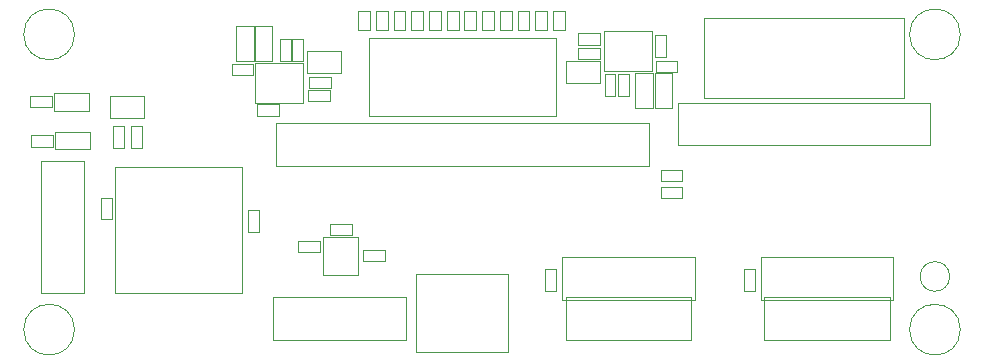
<source format=gbr>
%TF.GenerationSoftware,KiCad,Pcbnew,9.0.2*%
%TF.CreationDate,2025-06-06T22:39:28+05:30*%
%TF.ProjectId,AQEYE-SB-D1,41514559-452d-4534-922d-44312e6b6963,0.1*%
%TF.SameCoordinates,Original*%
%TF.FileFunction,Other,User*%
%FSLAX46Y46*%
G04 Gerber Fmt 4.6, Leading zero omitted, Abs format (unit mm)*
G04 Created by KiCad (PCBNEW 9.0.2) date 2025-06-06 22:39:28*
%MOMM*%
%LPD*%
G01*
G04 APERTURE LIST*
%ADD10C,0.050000*%
G04 APERTURE END LIST*
D10*
X24415000Y22760000D02*
X26275000Y22760000D01*
X24415000Y21820000D02*
X24415000Y22760000D01*
X26275000Y22760000D02*
X26275000Y21820000D01*
X26275000Y21820000D02*
X24415000Y21820000D01*
X53815000Y24205000D02*
X55275000Y24205000D01*
X53815000Y21245000D02*
X53815000Y24205000D01*
X55275000Y24205000D02*
X55275000Y21245000D01*
X55275000Y21245000D02*
X53815000Y21245000D01*
X40165152Y27855001D02*
X39165152Y27855001D01*
X39165152Y29455001D01*
X40165152Y29455001D01*
X40165152Y27855001D01*
X47315000Y26365000D02*
X49175000Y26365000D01*
X47315000Y25425000D02*
X47315000Y26365000D01*
X49175000Y26365000D02*
X49175000Y25425000D01*
X49175000Y25425000D02*
X47315000Y25425000D01*
X2935000Y22505000D02*
X5895000Y22505000D01*
X2935000Y21045000D02*
X2935000Y22505000D01*
X5895000Y22505000D02*
X5895000Y21045000D01*
X5895000Y21045000D02*
X2935000Y21045000D01*
X44663788Y27855001D02*
X43663788Y27855001D01*
X43663788Y29455001D01*
X44663788Y29455001D01*
X44663788Y27855001D01*
X7915000Y19735000D02*
X8855000Y19735000D01*
X7915000Y17875000D02*
X7915000Y19735000D01*
X8855000Y19735000D02*
X8855000Y17875000D01*
X8855000Y17875000D02*
X7915000Y17875000D01*
X79650000Y2500000D02*
G75*
G02*
X75350000Y2500000I-2150000J0D01*
G01*
X75350000Y2500000D02*
G75*
G02*
X79650000Y2500000I2150000J0D01*
G01*
X79650000Y27500000D02*
G75*
G02*
X75350000Y27500000I-2150000J0D01*
G01*
X75350000Y27500000D02*
G75*
G02*
X79650000Y27500000I2150000J0D01*
G01*
X46163333Y27855001D02*
X45163333Y27855001D01*
X45163333Y29455001D01*
X46163333Y29455001D01*
X46163333Y27855001D01*
X29095000Y9205000D02*
X30915000Y9205000D01*
X29095000Y8285000D02*
X29095000Y9205000D01*
X30915000Y9205000D02*
X30915000Y8285000D01*
X30915000Y8285000D02*
X29095000Y8285000D01*
X24485000Y23885000D02*
X26345000Y23885000D01*
X24485000Y22945000D02*
X24485000Y23885000D01*
X26345000Y23885000D02*
X26345000Y22945000D01*
X26345000Y22945000D02*
X24485000Y22945000D01*
X9405000Y19735000D02*
X10345000Y19735000D01*
X9405000Y17875000D02*
X9405000Y19735000D01*
X10345000Y19735000D02*
X10345000Y17875000D01*
X10345000Y17875000D02*
X9405000Y17875000D01*
X19925000Y28225000D02*
X21385000Y28225000D01*
X19925000Y25265000D02*
X19925000Y28225000D01*
X21385000Y28225000D02*
X21385000Y25265000D01*
X21385000Y25265000D02*
X19925000Y25265000D01*
X8092500Y16267500D02*
X8092500Y5567500D01*
X8092500Y5567500D02*
X18792500Y5567500D01*
X18792500Y16267500D02*
X8092500Y16267500D01*
X18792500Y5567500D02*
X18792500Y16267500D01*
X29575000Y27185000D02*
X29575000Y20625000D01*
X29575000Y20625000D02*
X45375000Y20625000D01*
X45375000Y27185000D02*
X29575000Y27185000D01*
X45375000Y20625000D02*
X45375000Y27185000D01*
X875000Y22265000D02*
X2735000Y22265000D01*
X875000Y21325000D02*
X875000Y22265000D01*
X2735000Y22265000D02*
X2735000Y21325000D01*
X2735000Y21325000D02*
X875000Y21325000D01*
X37166061Y27855001D02*
X36166061Y27855001D01*
X36166061Y29455001D01*
X37166061Y29455001D01*
X37166061Y27855001D01*
X46245000Y25205000D02*
X46245000Y23405000D01*
X46245000Y25205000D02*
X49145000Y25205000D01*
X49145000Y23405000D02*
X46245000Y23405000D01*
X49145000Y23405000D02*
X49145000Y25205000D01*
X50675001Y24105000D02*
X51595001Y24105000D01*
X50675001Y22285000D02*
X50675001Y24105000D01*
X51595001Y24105000D02*
X51595001Y22285000D01*
X51595001Y22285000D02*
X50675001Y22285000D01*
X19925000Y25063000D02*
X19925000Y21663000D01*
X19925000Y21663000D02*
X24025000Y21663000D01*
X24025000Y25063000D02*
X19925000Y25063000D01*
X24025000Y21663000D02*
X24025000Y25063000D01*
X19315000Y12601250D02*
X20235000Y12601250D01*
X19315000Y10781250D02*
X19315000Y12601250D01*
X20235000Y12601250D02*
X20235000Y10781250D01*
X20235000Y10781250D02*
X19315000Y10781250D01*
X57915000Y28875001D02*
X57915000Y22074999D01*
X57915000Y22074999D02*
X74875000Y22074999D01*
X74875000Y28875001D02*
X57915000Y28875001D01*
X74875000Y22074999D02*
X74875000Y28875001D01*
X35666515Y27855001D02*
X34666515Y27855001D01*
X34666515Y29455001D01*
X35666515Y29455001D01*
X35666515Y27855001D01*
X34166970Y27855001D02*
X33166970Y27855001D01*
X33166970Y29455001D01*
X34166970Y29455001D01*
X34166970Y27855001D01*
X43164242Y27855001D02*
X42164242Y27855001D01*
X42164242Y29455001D01*
X43164242Y29455001D01*
X43164242Y27855001D01*
X45942500Y8624999D02*
X45942500Y5024999D01*
X45942500Y5024999D02*
X57142500Y5024999D01*
X57142500Y8624999D02*
X45942500Y8624999D01*
X57142500Y5024999D02*
X57142500Y8624999D01*
X7655000Y22245000D02*
X7655000Y20445000D01*
X7655000Y22245000D02*
X10555000Y22245000D01*
X10555000Y20445000D02*
X7655000Y20445000D01*
X10555000Y20445000D02*
X10555000Y22245000D01*
X25690000Y10342500D02*
X28690000Y10342500D01*
X28690000Y7142500D01*
X25690000Y7142500D01*
X25690000Y10342500D01*
X38665606Y27855001D02*
X37665606Y27855001D01*
X37665606Y29455001D01*
X38665606Y29455001D01*
X38665606Y27855001D01*
X54265000Y14595001D02*
X56125000Y14595001D01*
X54265000Y13655001D02*
X54265000Y14595001D01*
X56125000Y14595001D02*
X56125000Y13655001D01*
X56125000Y13655001D02*
X54265000Y13655001D01*
X49475002Y27806000D02*
X49475002Y24406000D01*
X49475002Y24406000D02*
X53575000Y24406000D01*
X53575000Y27806000D02*
X49475002Y27806000D01*
X53575000Y24406000D02*
X53575000Y27806000D01*
X4650000Y2500000D02*
G75*
G02*
X350000Y2500000I-2150000J0D01*
G01*
X350000Y2500000D02*
G75*
G02*
X4650000Y2500000I2150000J0D01*
G01*
X63060000Y1624999D02*
X73660000Y1624999D01*
X73660000Y5224999D01*
X63060000Y5224999D01*
X63060000Y1624999D01*
X61355000Y7615000D02*
X62275000Y7615000D01*
X61355000Y5795000D02*
X61355000Y7615000D01*
X62275000Y7615000D02*
X62275000Y5795000D01*
X62275000Y5795000D02*
X61355000Y5795000D01*
X23595000Y9965000D02*
X25415000Y9965000D01*
X23595000Y9045000D02*
X23595000Y9965000D01*
X25415000Y9965000D02*
X25415000Y9045000D01*
X25415000Y9045000D02*
X23595000Y9045000D01*
X24345000Y26055000D02*
X24345000Y24255000D01*
X24345000Y26055000D02*
X27245000Y26055000D01*
X27245000Y24255000D02*
X24345000Y24255000D01*
X27245000Y24255000D02*
X27245000Y26055000D01*
X985000Y18945000D02*
X2845000Y18945000D01*
X985000Y18005000D02*
X985000Y18945000D01*
X2845000Y18945000D02*
X2845000Y18005000D01*
X2845000Y18005000D02*
X985000Y18005000D01*
X23105000Y27085000D02*
X24025000Y27085000D01*
X23105000Y25265000D02*
X23105000Y27085000D01*
X24025000Y27085000D02*
X24025000Y25265000D01*
X24025000Y25265000D02*
X23105000Y25265000D01*
X3035000Y19215000D02*
X5995000Y19215000D01*
X3035000Y17755000D02*
X3035000Y19215000D01*
X5995000Y19215000D02*
X5995000Y17755000D01*
X5995000Y17755000D02*
X3035000Y17755000D01*
X29668334Y27855001D02*
X28668334Y27855001D01*
X28668334Y29455001D01*
X29668334Y29455001D01*
X29668334Y27855001D01*
X54265000Y15985000D02*
X56125000Y15985000D01*
X54265000Y15045000D02*
X54265000Y15985000D01*
X56125000Y15985000D02*
X56125000Y15045000D01*
X56125000Y15045000D02*
X54265000Y15045000D01*
X31167879Y27855001D02*
X30167879Y27855001D01*
X30167879Y29455001D01*
X31167879Y29455001D01*
X31167879Y27855001D01*
X20085000Y21565000D02*
X21945000Y21565000D01*
X20085000Y20625000D02*
X20085000Y21565000D01*
X21945000Y21565000D02*
X21945000Y20625000D01*
X21945000Y20625000D02*
X20085000Y20625000D01*
X52145000Y24205000D02*
X53605000Y24205000D01*
X52145000Y21245000D02*
X52145000Y24205000D01*
X53605000Y24205000D02*
X53605000Y21245000D01*
X53605000Y21245000D02*
X52145000Y21245000D01*
X17945000Y24975000D02*
X19765000Y24975000D01*
X17945000Y24055000D02*
X17945000Y24975000D01*
X19765000Y24975000D02*
X19765000Y24055000D01*
X19765000Y24055000D02*
X17945000Y24055000D01*
X53865000Y25275000D02*
X55685000Y25275000D01*
X53865000Y24355000D02*
X53865000Y25275000D01*
X55685000Y25275000D02*
X55685000Y24355000D01*
X55685000Y24355000D02*
X53865000Y24355000D01*
X47285000Y27575000D02*
X49145000Y27575000D01*
X47285000Y26635000D02*
X47285000Y27575000D01*
X49145000Y27575000D02*
X49145000Y26635000D01*
X49145000Y26635000D02*
X47285000Y26635000D01*
X49525000Y24135000D02*
X50445000Y24135000D01*
X49525000Y22315000D02*
X49525000Y24135000D01*
X50445000Y24135000D02*
X50445000Y22315000D01*
X50445000Y22315000D02*
X49525000Y22315000D01*
X62742500Y8624999D02*
X62742500Y5024999D01*
X62742500Y5024999D02*
X73942500Y5024999D01*
X73942500Y8624999D02*
X62742500Y8624999D01*
X73942500Y5024999D02*
X73942500Y8624999D01*
X32667425Y27855001D02*
X31667425Y27855001D01*
X31667425Y29455001D01*
X32667425Y29455001D01*
X32667425Y27855001D01*
X41664697Y27855001D02*
X40664697Y27855001D01*
X40664697Y29455001D01*
X41664697Y29455001D01*
X41664697Y27855001D01*
X26265000Y11465000D02*
X28125000Y11465000D01*
X26265000Y10525000D02*
X26265000Y11465000D01*
X28125000Y11465000D02*
X28125000Y10525000D01*
X28125000Y10525000D02*
X26265000Y10525000D01*
X44525000Y7615000D02*
X45445000Y7615000D01*
X44525000Y5795000D02*
X44525000Y7615000D01*
X45445000Y7615000D02*
X45445000Y5795000D01*
X45445000Y5795000D02*
X44525000Y5795000D01*
X53815001Y27415001D02*
X54755001Y27415001D01*
X53815001Y25555001D02*
X53815001Y27415001D01*
X54755001Y27415001D02*
X54755001Y25555001D01*
X54755001Y25555001D02*
X53815001Y25555001D01*
X4650000Y27500000D02*
G75*
G02*
X350000Y27500000I-2150000J0D01*
G01*
X350000Y27500000D02*
G75*
G02*
X4650000Y27500000I2150000J0D01*
G01*
X6925000Y13644999D02*
X7845000Y13644999D01*
X6925000Y11824999D02*
X6925000Y13644999D01*
X7845000Y13644999D02*
X7845000Y11824999D01*
X7845000Y11824999D02*
X6925000Y11824999D01*
X55720000Y21725000D02*
X55720000Y18125000D01*
X55720000Y18125000D02*
X77070000Y18125000D01*
X77070000Y21725000D02*
X55720000Y21725000D01*
X77070000Y18125000D02*
X77070000Y21725000D01*
X21700000Y19975000D02*
X21700000Y16375000D01*
X21700000Y16375000D02*
X53250000Y16375000D01*
X53250000Y19975000D02*
X21700000Y19975000D01*
X53250000Y16375000D02*
X53250000Y19975000D01*
X33575000Y7175000D02*
X33575000Y615000D01*
X33575000Y615000D02*
X41375000Y615000D01*
X41375000Y7175000D02*
X33575000Y7175000D01*
X41375000Y615000D02*
X41375000Y7175000D01*
X21475000Y5224999D02*
X21475000Y1624999D01*
X21475000Y1624999D02*
X32675000Y1624999D01*
X32675000Y5224999D02*
X21475000Y5224999D01*
X32675000Y1624999D02*
X32675000Y5224999D01*
X22035000Y27085000D02*
X22955000Y27085000D01*
X22035000Y25265000D02*
X22035000Y27085000D01*
X22955000Y27085000D02*
X22955000Y25265000D01*
X22955000Y25265000D02*
X22035000Y25265000D01*
X18354999Y28225000D02*
X19814999Y28225000D01*
X18354999Y25265000D02*
X18354999Y28225000D01*
X19814999Y28225000D02*
X19814999Y25265000D01*
X19814999Y25265000D02*
X18354999Y25265000D01*
X78750000Y7000000D02*
G75*
G02*
X76250000Y7000000I-1250000J0D01*
G01*
X76250000Y7000000D02*
G75*
G02*
X78750000Y7000000I1250000J0D01*
G01*
X46260000Y1624999D02*
X56860000Y1624999D01*
X56860000Y5224999D01*
X46260000Y5224999D01*
X46260000Y1624999D01*
X1825000Y16775000D02*
X1825000Y5575000D01*
X1825000Y5575000D02*
X5425000Y5575000D01*
X5425000Y16775000D02*
X1825000Y16775000D01*
X5425000Y5575000D02*
X5425000Y16775000D01*
M02*

</source>
